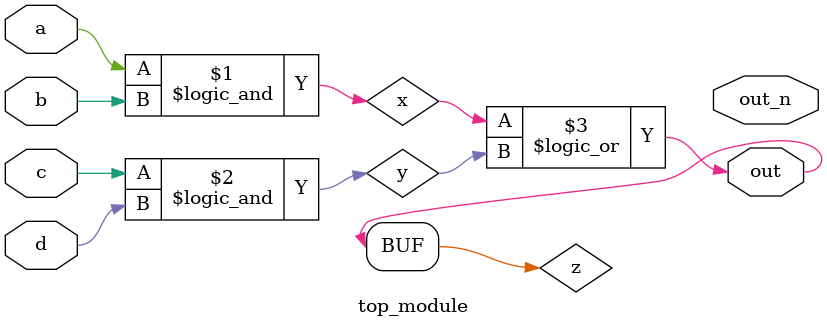
<source format=v>
`default_nettype none
module top_module(
    input a,
    input b,
    input c,
    input d,
    output out,
    output out_n   ); 

    wire x, y, z;

    assign x = a && b;
    assign y = c && d;
    assign z = x || y;
    assign out = z;
    assign out = !z;

endmodule

</source>
